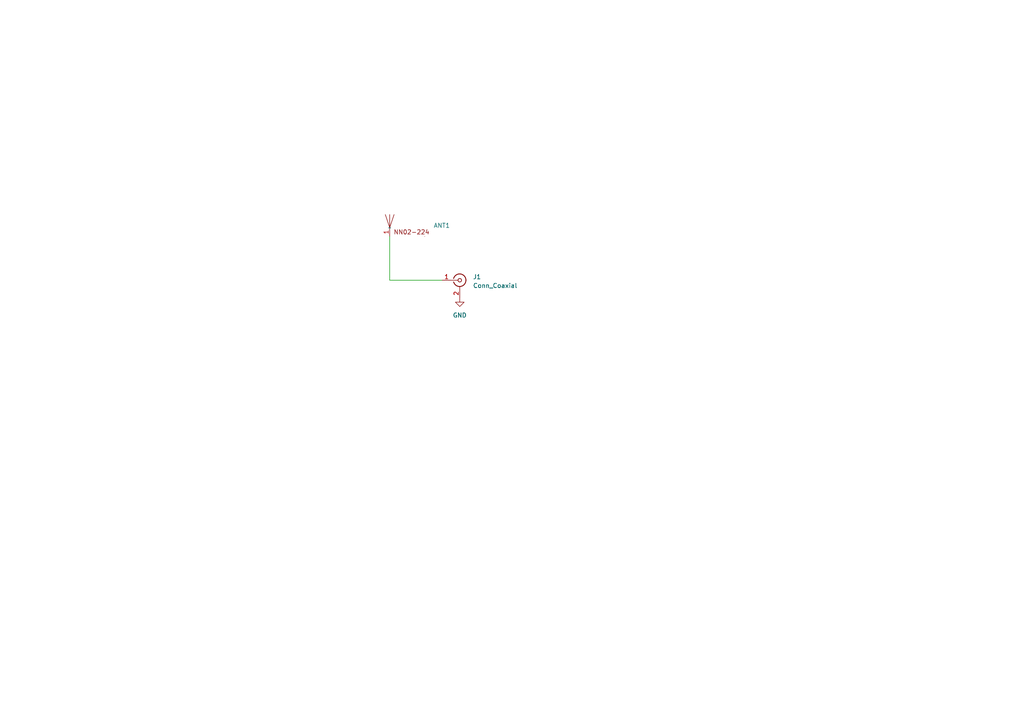
<source format=kicad_sch>
(kicad_sch (version 20230121) (generator eeschema)

  (uuid 24988f31-9134-4edc-8a0e-560e7e2d8cad)

  (paper "A4")

  (title_block
    (title "Wearable V2 Antenna Panel for NN02-224")
    (date "2023-11-11")
    (company "The Herald Project")
    (comment 1 "CERN-OHL-P-2")
  )

  (lib_symbols
    (symbol "Connector:Conn_Coaxial" (pin_names (offset 1.016) hide) (in_bom yes) (on_board yes)
      (property "Reference" "J" (at 0.254 3.048 0)
        (effects (font (size 1.27 1.27)))
      )
      (property "Value" "Conn_Coaxial" (at 2.921 0 90)
        (effects (font (size 1.27 1.27)))
      )
      (property "Footprint" "" (at 0 0 0)
        (effects (font (size 1.27 1.27)) hide)
      )
      (property "Datasheet" " ~" (at 0 0 0)
        (effects (font (size 1.27 1.27)) hide)
      )
      (property "ki_keywords" "BNC SMA SMB SMC LEMO coaxial connector CINCH RCA" (at 0 0 0)
        (effects (font (size 1.27 1.27)) hide)
      )
      (property "ki_description" "coaxial connector (BNC, SMA, SMB, SMC, Cinch/RCA, LEMO, ...)" (at 0 0 0)
        (effects (font (size 1.27 1.27)) hide)
      )
      (property "ki_fp_filters" "*BNC* *SMA* *SMB* *SMC* *Cinch* *LEMO*" (at 0 0 0)
        (effects (font (size 1.27 1.27)) hide)
      )
      (symbol "Conn_Coaxial_0_1"
        (arc (start -1.778 -0.508) (mid 0.2311 -1.8066) (end 1.778 0)
          (stroke (width 0.254) (type default))
          (fill (type none))
        )
        (polyline
          (pts
            (xy -2.54 0)
            (xy -0.508 0)
          )
          (stroke (width 0) (type default))
          (fill (type none))
        )
        (polyline
          (pts
            (xy 0 -2.54)
            (xy 0 -1.778)
          )
          (stroke (width 0) (type default))
          (fill (type none))
        )
        (circle (center 0 0) (radius 0.508)
          (stroke (width 0.2032) (type default))
          (fill (type none))
        )
        (arc (start 1.778 0) (mid 0.2099 1.8101) (end -1.778 0.508)
          (stroke (width 0.254) (type default))
          (fill (type none))
        )
      )
      (symbol "Conn_Coaxial_1_1"
        (pin passive line (at -5.08 0 0) (length 2.54)
          (name "In" (effects (font (size 1.27 1.27))))
          (number "1" (effects (font (size 1.27 1.27))))
        )
        (pin passive line (at 0 -5.08 90) (length 2.54)
          (name "Ext" (effects (font (size 1.27 1.27))))
          (number "2" (effects (font (size 1.27 1.27))))
        )
      )
    )
    (symbol "Herald_Extras:NN02-224" (in_bom yes) (on_board yes)
      (property "Reference" "ANT" (at 5.08 1.27 0)
        (effects (font (size 1.27 1.27)))
      )
      (property "Value" "" (at 0 0 0)
        (effects (font (size 1.27 1.27)))
      )
      (property "Footprint" "" (at 0 0 0)
        (effects (font (size 1.27 1.27)) hide)
      )
      (property "Datasheet" "" (at 0 0 0)
        (effects (font (size 1.27 1.27)) hide)
      )
      (symbol "NN02-224_0_1"
        (rectangle (start 10.16 -2.54) (end 10.16 -2.54)
          (stroke (width 0) (type default))
          (fill (type none))
        )
      )
      (symbol "NN02-224_1_1"
        (polyline
          (pts
            (xy 0 0)
            (xy -1.27 3.81)
          )
          (stroke (width 0) (type default))
          (fill (type none))
        )
        (polyline
          (pts
            (xy 0 0)
            (xy 0 3.81)
          )
          (stroke (width 0) (type default))
          (fill (type none))
        )
        (polyline
          (pts
            (xy 0 0)
            (xy 1.27 3.81)
          )
          (stroke (width 0) (type default))
          (fill (type none))
        )
        (text private "Application Note for GNSS here:-\nhttps://ignion.io/files/AN_GPS-GLONASS-and-BeiDou-in-a-single-antenna.pdf" (at 1.27 -13.97 0)
          (effects (font (size 0.9 0.9)))
        )
        (text "NN02-224" (at 6.35 -1.27 0)
          (effects (font (size 1.27 1.27)))
        )
        (text private "RUN mXTEND" (at 8.89 -7.62 0)
          (effects (font (size 1.27 1.27)))
        )
        (text private "Symbol provided by The Herald Project\nhttps://github.com/theheraldproject/herald-hardware" (at 1.27 -17.78 0)
          (effects (font (size 0.9 0.9)))
        )
        (pin bidirectional line (at 0 -2.54 90) (length 2.54)
          (name "" (effects (font (size 1.27 1.27))))
          (number "1" (effects (font (size 1.27 1.27))))
        )
      )
    )
    (symbol "power:GND" (power) (pin_names (offset 0)) (in_bom yes) (on_board yes)
      (property "Reference" "#PWR" (at 0 -6.35 0)
        (effects (font (size 1.27 1.27)) hide)
      )
      (property "Value" "GND" (at 0 -3.81 0)
        (effects (font (size 1.27 1.27)))
      )
      (property "Footprint" "" (at 0 0 0)
        (effects (font (size 1.27 1.27)) hide)
      )
      (property "Datasheet" "" (at 0 0 0)
        (effects (font (size 1.27 1.27)) hide)
      )
      (property "ki_keywords" "global power" (at 0 0 0)
        (effects (font (size 1.27 1.27)) hide)
      )
      (property "ki_description" "Power symbol creates a global label with name \"GND\" , ground" (at 0 0 0)
        (effects (font (size 1.27 1.27)) hide)
      )
      (symbol "GND_0_1"
        (polyline
          (pts
            (xy 0 0)
            (xy 0 -1.27)
            (xy 1.27 -1.27)
            (xy 0 -2.54)
            (xy -1.27 -1.27)
            (xy 0 -1.27)
          )
          (stroke (width 0) (type default))
          (fill (type none))
        )
      )
      (symbol "GND_1_1"
        (pin power_in line (at 0 0 270) (length 0) hide
          (name "GND" (effects (font (size 1.27 1.27))))
          (number "1" (effects (font (size 1.27 1.27))))
        )
      )
    )
  )


  (wire (pts (xy 113.03 81.28) (xy 113.03 68.58))
    (stroke (width 0) (type default))
    (uuid 8c5c2ae5-d4a3-47b0-9005-cf82381acb62)
  )
  (wire (pts (xy 128.27 81.28) (xy 113.03 81.28))
    (stroke (width 0) (type default))
    (uuid f9e30b17-53d3-4473-a233-7c7f2dc55da8)
  )

  (symbol (lib_id "Herald_Extras:NN02-224") (at 113.03 66.04 0) (unit 1)
    (in_bom yes) (on_board yes) (dnp no) (fields_autoplaced)
    (uuid 01144f1c-464a-496a-a618-c35d0f5bb6c5)
    (property "Reference" "ANT1" (at 125.73 65.405 0)
      (effects (font (size 1.27 1.27)) (justify left))
    )
    (property "Value" "~" (at 113.03 66.04 0)
      (effects (font (size 1.27 1.27)))
    )
    (property "Footprint" "Herald:NN02-224" (at 113.03 66.04 0)
      (effects (font (size 1.27 1.27)) hide)
    )
    (property "Datasheet" "" (at 113.03 66.04 0)
      (effects (font (size 1.27 1.27)) hide)
    )
    (property "MPN" "NN02-224" (at 113.03 66.04 0)
      (effects (font (size 1.27 1.27)) hide)
    )
    (property "Manufacturer" "Ignion" (at 113.03 66.04 0)
      (effects (font (size 1.27 1.27)) hide)
    )
    (pin "1" (uuid 6d4a13ee-6e02-4039-9df7-f9b1053a9fe8))
    (instances
      (project "pcb-panel-antnn02"
        (path "/24988f31-9134-4edc-8a0e-560e7e2d8cad"
          (reference "ANT1") (unit 1)
        )
      )
    )
  )

  (symbol (lib_id "power:GND") (at 133.35 86.36 0) (unit 1)
    (in_bom yes) (on_board yes) (dnp no) (fields_autoplaced)
    (uuid 13822dae-6176-47d4-9f40-d4c9b46405e7)
    (property "Reference" "#PWR01" (at 133.35 92.71 0)
      (effects (font (size 1.27 1.27)) hide)
    )
    (property "Value" "GND" (at 133.35 91.44 0)
      (effects (font (size 1.27 1.27)))
    )
    (property "Footprint" "" (at 133.35 86.36 0)
      (effects (font (size 1.27 1.27)) hide)
    )
    (property "Datasheet" "" (at 133.35 86.36 0)
      (effects (font (size 1.27 1.27)) hide)
    )
    (pin "1" (uuid eedbab8e-a8aa-4eb6-b213-3c9893ee26b5))
    (instances
      (project "pcb-panel-antnn02"
        (path "/24988f31-9134-4edc-8a0e-560e7e2d8cad"
          (reference "#PWR01") (unit 1)
        )
      )
    )
  )

  (symbol (lib_id "Connector:Conn_Coaxial") (at 133.35 81.28 0) (unit 1)
    (in_bom yes) (on_board yes) (dnp no) (fields_autoplaced)
    (uuid efb7fc82-0df2-4a3f-9ecc-aaef7e75a018)
    (property "Reference" "J1" (at 137.16 80.3032 0)
      (effects (font (size 1.27 1.27)) (justify left))
    )
    (property "Value" "Conn_Coaxial" (at 137.16 82.8432 0)
      (effects (font (size 1.27 1.27)) (justify left))
    )
    (property "Footprint" "Connector_Coaxial:U.FL_Hirose_U.FL-R-SMT-1_Vertical" (at 133.35 81.28 0)
      (effects (font (size 1.27 1.27)) hide)
    )
    (property "Datasheet" "https://mm.digikey.com/Volume0/opasdata/d220001/medias/docus/2607/UFL%20Series.pdf" (at 133.35 81.28 0)
      (effects (font (size 1.27 1.27)) hide)
    )
    (property "MPN" "U.FL-R-SMT-1(60)" (at 133.35 81.28 0)
      (effects (font (size 1.27 1.27)) hide)
    )
    (property "Description" "CONN U.FL RCPT STR 50 OHM SMD" (at 133.35 81.28 0)
      (effects (font (size 1.27 1.27)) hide)
    )
    (pin "1" (uuid 8ac0129c-907d-41d6-99bc-ddd57122be5d))
    (pin "2" (uuid 35f1ba76-2d10-4d5e-80a9-d320b5a57a32))
    (instances
      (project "pcb-panel-antnn02"
        (path "/24988f31-9134-4edc-8a0e-560e7e2d8cad"
          (reference "J1") (unit 1)
        )
      )
    )
  )

  (sheet_instances
    (path "/" (page "1"))
  )
)

</source>
